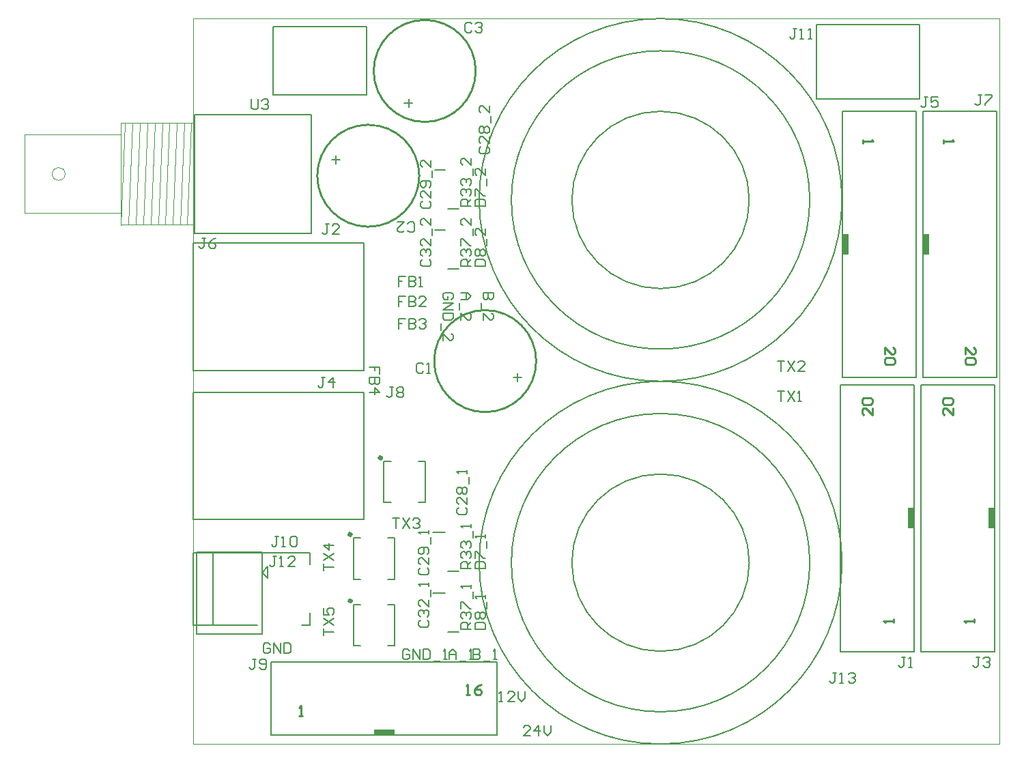
<source format=gto>
G04 Layer_Color=65535*
%FSLAX25Y25*%
%MOIN*%
G70*
G01*
G75*
%ADD19C,0.01968*%
%ADD29C,0.00394*%
%ADD63C,0.01000*%
%ADD64C,0.00787*%
%ADD65C,0.00800*%
%ADD66C,0.00500*%
%ADD67R,0.10000X0.03090*%
%ADD68R,0.03090X0.10000*%
D19*
X91929Y-37402D02*
G03*
X91929Y-37402I-394J0D01*
G01*
X77165Y-107283D02*
G03*
X77165Y-107283I-394J0D01*
G01*
Y-74803D02*
G03*
X77165Y-74803I-394J0D01*
G01*
D29*
X-62402Y101260D02*
G03*
X-62402Y101260I-3150J0D01*
G01*
X-35039Y126063D02*
X453D01*
X-35039Y76555D02*
X295D01*
X-35039D02*
Y126063D01*
X-82087Y82165D02*
X-35039D01*
X-82087Y120453D02*
X-35039D01*
X-82087Y82165D02*
Y120453D01*
X-20374Y76555D02*
X-18406Y126063D01*
X-24114Y76752D02*
X-22165Y125772D01*
X-27756Y76653D02*
X-25787Y126161D01*
X-31398Y76555D02*
X-29429Y126063D01*
X-35039Y76358D02*
X-33071Y125866D01*
X-16929Y76752D02*
X-14961Y126260D01*
X-13386Y76555D02*
X-11417Y126063D01*
X-9744Y76555D02*
X-7776Y126063D01*
X-6153Y76555D02*
X-4184Y126063D01*
X-2708Y76457D02*
X-739Y125965D01*
X0Y-177165D02*
X393701D01*
X0D02*
Y177165D01*
X393701Y-177165D02*
Y177165D01*
X0D02*
X393701D01*
D63*
X110530Y100394D02*
G03*
X110530Y100394I-24900J0D01*
G01*
X138089Y151575D02*
G03*
X138089Y151575I-24900J0D01*
G01*
X167616Y9843D02*
G03*
X167616Y9843I-24900J0D01*
G01*
X133346Y-153012D02*
X135013D01*
X134179D01*
Y-148013D01*
X133346Y-148846D01*
X140844Y-148013D02*
X139178Y-148846D01*
X137512Y-150513D01*
Y-152179D01*
X138345Y-153012D01*
X140011D01*
X140844Y-152179D01*
Y-151346D01*
X140011Y-150513D01*
X137512D01*
X51846Y-163512D02*
X53513D01*
X52680D01*
Y-158513D01*
X51846Y-159346D01*
X366516Y117929D02*
Y116263D01*
Y117096D01*
X371514D01*
X370681Y117929D01*
X377016Y13097D02*
Y16429D01*
X380348Y13097D01*
X381181D01*
X382014Y13930D01*
Y15596D01*
X381181Y16429D01*
Y11431D02*
X382014Y10598D01*
Y8932D01*
X381181Y8099D01*
X377849D01*
X377016Y8932D01*
Y10598D01*
X377849Y11431D01*
X381181D01*
X327146Y117929D02*
Y116263D01*
Y117096D01*
X332144D01*
X331311Y117929D01*
X337646Y13097D02*
Y16429D01*
X340978Y13097D01*
X341811D01*
X342644Y13930D01*
Y15596D01*
X341811Y16429D01*
Y11431D02*
X342644Y10598D01*
Y8932D01*
X341811Y8099D01*
X338479D01*
X337646Y8932D01*
Y10598D01*
X338479Y11431D01*
X341811D01*
X381516Y-117929D02*
Y-116263D01*
Y-117096D01*
X376517D01*
X377350Y-117929D01*
X371016Y-13097D02*
Y-16429D01*
X367684Y-13097D01*
X366850D01*
X366017Y-13930D01*
Y-15596D01*
X366850Y-16429D01*
Y-11431D02*
X366017Y-10598D01*
Y-8932D01*
X366850Y-8099D01*
X370183D01*
X371016Y-8932D01*
Y-10598D01*
X370183Y-11431D01*
X366850D01*
X342146Y-117929D02*
Y-116263D01*
Y-117096D01*
X337147D01*
X337980Y-117929D01*
X331646Y-13097D02*
Y-16429D01*
X328313Y-13097D01*
X327480D01*
X326647Y-13930D01*
Y-15596D01*
X327480Y-16429D01*
Y-11431D02*
X326647Y-10598D01*
Y-8932D01*
X327480Y-8099D01*
X330813D01*
X331646Y-8932D01*
Y-10598D01*
X330813Y-11431D01*
X327480D01*
D64*
X316929Y88583D02*
G03*
X316929Y88583I-88583J0D01*
G01*
X301181D02*
G03*
X301181Y88583I-72835J0D01*
G01*
X271654D02*
G03*
X271654Y88583I-43307J0D01*
G01*
X316929Y-88583D02*
G03*
X316929Y-88583I-88583J0D01*
G01*
X301181D02*
G03*
X301181Y-88583I-72835J0D01*
G01*
X271654D02*
G03*
X271654Y-88583I-43307J0D01*
G01*
X84842Y139764D02*
Y173228D01*
X39173Y139764D02*
X84842D01*
X39173D02*
Y173228D01*
X84842D01*
X67850Y108268D02*
X71850D01*
X69882Y106299D02*
Y110299D01*
X105315Y133795D02*
Y137795D01*
X103284Y135827D02*
X107283D01*
X156496Y1969D02*
X160496D01*
X158465Y-63D02*
Y3937D01*
X1771Y-123346D02*
X33661D01*
X1771Y-83346D02*
X33661D01*
Y-123346D02*
Y-83346D01*
X1771Y-123346D02*
Y-83346D01*
X33661Y-93307D02*
X36417Y-96063D01*
X33661Y-93307D02*
X36417Y-90551D01*
Y-96063D02*
Y-90551D01*
X157Y67520D02*
X83622D01*
X157Y5315D02*
Y67520D01*
Y5315D02*
X83622D01*
Y67520D01*
X787Y72323D02*
Y130295D01*
Y72323D02*
X57776D01*
X787Y130295D02*
X57776D01*
X57776Y72323D02*
X57776Y130295D01*
X93307Y-59252D02*
Y-39173D01*
X113386Y-59252D02*
Y-39173D01*
X93307D02*
X96653D01*
X110039D02*
X113386D01*
X110039Y-59252D02*
X113386D01*
X93307D02*
X96653D01*
X78543Y-129134D02*
Y-109055D01*
X98622Y-129134D02*
Y-109055D01*
X78543D02*
X81890D01*
X95276D02*
X98622D01*
X95276Y-129134D02*
X98622D01*
X78543D02*
X81890D01*
X78543Y-96653D02*
Y-76575D01*
X98622Y-96653D02*
Y-76575D01*
X78543D02*
X81890D01*
X95276D02*
X98622D01*
X95276Y-96653D02*
X98622D01*
X78543D02*
X81890D01*
X124331Y54803D02*
X129646D01*
X124331Y-122362D02*
X129646D01*
X124331Y84331D02*
X129646D01*
X124331Y-92835D02*
X129646D01*
X57087Y-119095D02*
Y-113189D01*
X53150Y-119095D02*
X57087D01*
X0D02*
Y-83661D01*
Y-119095D02*
X31496D01*
X0Y-83661D02*
X57087D01*
Y-89567D02*
Y-83661D01*
X9843Y-119095D02*
Y-83661D01*
X157Y-5315D02*
X83622D01*
X157Y-67520D02*
Y-5315D01*
Y-67520D02*
X83622D01*
Y-5315D01*
D65*
X118110Y103347D02*
X123031D01*
X118110Y73819D02*
X123031D01*
X117126Y-103347D02*
X123031D01*
X117126Y-73819D02*
X123031D01*
X97821Y-2876D02*
X96154D01*
X96987D01*
Y-7041D01*
X96154Y-7874D01*
X95321D01*
X94488Y-7041D01*
X99487Y-3709D02*
X100320Y-2876D01*
X101986D01*
X102819Y-3709D01*
Y-4542D01*
X101986Y-5375D01*
X102819Y-6208D01*
Y-7041D01*
X101986Y-7874D01*
X100320D01*
X99487Y-7041D01*
Y-6208D01*
X100320Y-5375D01*
X99487Y-4542D01*
Y-3709D01*
X100320Y-5375D02*
X101986D01*
X149606Y-156496D02*
X151272D01*
X150439D01*
Y-151498D01*
X149606Y-152331D01*
X157104Y-156496D02*
X153772D01*
X157104Y-153164D01*
Y-152331D01*
X156271Y-151498D01*
X154605D01*
X153772Y-152331D01*
X158770Y-151498D02*
Y-154830D01*
X160436Y-156496D01*
X162102Y-154830D01*
Y-151498D01*
X28543Y137872D02*
Y133707D01*
X29376Y132874D01*
X31043D01*
X31876Y133707D01*
Y137872D01*
X33542Y137039D02*
X34375Y137872D01*
X36041D01*
X36874Y137039D01*
Y136206D01*
X36041Y135373D01*
X35208D01*
X36041D01*
X36874Y134540D01*
Y133707D01*
X36041Y132874D01*
X34375D01*
X33542Y133707D01*
X314286Y-142377D02*
X312620D01*
X313453D01*
Y-146543D01*
X312620Y-147376D01*
X311787D01*
X310953Y-146543D01*
X315952Y-147376D02*
X317618D01*
X316785D01*
Y-142377D01*
X315952Y-143210D01*
X320117D02*
X320950Y-142377D01*
X322616D01*
X323449Y-143210D01*
Y-144043D01*
X322616Y-144876D01*
X321783D01*
X322616D01*
X323449Y-145710D01*
Y-146543D01*
X322616Y-147376D01*
X320950D01*
X320117Y-146543D01*
X37781Y-128709D02*
X36948Y-127876D01*
X35282D01*
X34449Y-128709D01*
Y-132041D01*
X35282Y-132874D01*
X36948D01*
X37781Y-132041D01*
Y-130375D01*
X36115D01*
X39447Y-132874D02*
Y-127876D01*
X42779Y-132874D01*
Y-127876D01*
X44446D02*
Y-132874D01*
X46945D01*
X47778Y-132041D01*
Y-128709D01*
X46945Y-127876D01*
X44446D01*
X164750Y-173228D02*
X161417D01*
X164750Y-169896D01*
Y-169063D01*
X163917Y-168230D01*
X162250D01*
X161417Y-169063D01*
X168915Y-173228D02*
Y-168230D01*
X166416Y-170729D01*
X169748D01*
X171414Y-168230D02*
Y-171562D01*
X173080Y-173228D01*
X174746Y-171562D01*
Y-168230D01*
X104935Y73591D02*
X105769Y72758D01*
X107435D01*
X108268Y73591D01*
Y76923D01*
X107435Y77756D01*
X105769D01*
X104935Y76923D01*
X99937Y77756D02*
X103269D01*
X99937Y74424D01*
Y73591D01*
X100770Y72758D01*
X102436D01*
X103269Y73591D01*
X136206Y174441D02*
X135373Y175274D01*
X133707D01*
X132874Y174441D01*
Y171109D01*
X133707Y170276D01*
X135373D01*
X136206Y171109D01*
X137872Y174441D02*
X138706Y175274D01*
X140372D01*
X141205Y174441D01*
Y173608D01*
X140372Y172775D01*
X139539D01*
X140372D01*
X141205Y171942D01*
Y171109D01*
X140372Y170276D01*
X138706D01*
X137872Y171109D01*
X112584Y8102D02*
X111751Y8935D01*
X110085D01*
X109252Y8102D01*
Y4770D01*
X110085Y3937D01*
X111751D01*
X112584Y4770D01*
X114250Y3937D02*
X115917D01*
X115083D01*
Y8935D01*
X114250Y8102D01*
X111976Y87978D02*
X111143Y87145D01*
Y85479D01*
X111976Y84646D01*
X115309D01*
X116142Y85479D01*
Y87145D01*
X115309Y87978D01*
X116142Y92976D02*
Y89644D01*
X112810Y92976D01*
X111976D01*
X111143Y92143D01*
Y90477D01*
X111976Y89644D01*
X115309Y94642D02*
X116142Y95476D01*
Y97142D01*
X115309Y97975D01*
X111976D01*
X111143Y97142D01*
Y95476D01*
X111976Y94642D01*
X112810D01*
X113643Y95476D01*
Y97975D01*
X116975Y99641D02*
Y102973D01*
X116142Y107972D02*
Y104639D01*
X112810Y107972D01*
X111976D01*
X111143Y107138D01*
Y105472D01*
X111976Y104639D01*
X135827Y85630D02*
X130828D01*
Y88129D01*
X131661Y88962D01*
X133328D01*
X134161Y88129D01*
Y85630D01*
Y87296D02*
X135827Y88962D01*
X131661Y90628D02*
X130828Y91461D01*
Y93128D01*
X131661Y93961D01*
X132494D01*
X133328Y93128D01*
Y92294D01*
Y93128D01*
X134161Y93961D01*
X134994D01*
X135827Y93128D01*
Y91461D01*
X134994Y90628D01*
X131661Y95627D02*
X130828Y96460D01*
Y98126D01*
X131661Y98959D01*
X132494D01*
X133328Y98126D01*
Y97293D01*
Y98126D01*
X134161Y98959D01*
X134994D01*
X135827Y98126D01*
Y96460D01*
X134994Y95627D01*
X136660Y100625D02*
Y103957D01*
X135827Y108956D02*
Y105623D01*
X132494Y108956D01*
X131661D01*
X130828Y108123D01*
Y106456D01*
X131661Y105623D01*
X135827Y56102D02*
X130828D01*
Y58601D01*
X131661Y59435D01*
X133328D01*
X134161Y58601D01*
Y56102D01*
Y57768D02*
X135827Y59435D01*
X131661Y61101D02*
X130828Y61934D01*
Y63600D01*
X131661Y64433D01*
X132494D01*
X133328Y63600D01*
Y62767D01*
Y63600D01*
X134161Y64433D01*
X134994D01*
X135827Y63600D01*
Y61934D01*
X134994Y61101D01*
X130828Y66099D02*
Y69431D01*
X131661D01*
X134994Y66099D01*
X135827D01*
X136660Y71097D02*
Y74430D01*
X135827Y79428D02*
Y76096D01*
X132494Y79428D01*
X131661D01*
X130828Y78595D01*
Y76929D01*
X131661Y76096D01*
X130905Y43307D02*
X134238D01*
X135904Y41641D01*
X134238Y39975D01*
X130905D01*
X133405D01*
Y43307D01*
X130072Y38309D02*
Y34976D01*
X130905Y29978D02*
Y33310D01*
X134238Y29978D01*
X135071D01*
X135904Y30811D01*
Y32477D01*
X135071Y33310D01*
X126213Y39975D02*
X127046Y40808D01*
Y42474D01*
X126213Y43307D01*
X122880D01*
X122047Y42474D01*
Y40808D01*
X122880Y39975D01*
X124546D01*
Y41641D01*
X122047Y38309D02*
X127046D01*
X122047Y34976D01*
X127046D01*
Y33310D02*
X122047D01*
Y30811D01*
X122880Y29978D01*
X126213D01*
X127046Y30811D01*
Y33310D01*
X121214Y28312D02*
Y24980D01*
X122047Y19981D02*
Y23314D01*
X125380Y19981D01*
X126213D01*
X127046Y20814D01*
Y22480D01*
X126213Y23314D01*
X146731Y43307D02*
X141732D01*
Y40808D01*
X142565Y39975D01*
X143398D01*
X144231Y40808D01*
Y43307D01*
Y40808D01*
X145064Y39975D01*
X145898D01*
X146731Y40808D01*
Y43307D01*
X140899Y38309D02*
Y34976D01*
X141732Y29978D02*
Y33310D01*
X145064Y29978D01*
X145898D01*
X146731Y30811D01*
Y32477D01*
X145898Y33310D01*
X91180Y3557D02*
Y6890D01*
X88680D01*
Y5224D01*
Y6890D01*
X86181D01*
X91180Y1891D02*
X86181D01*
Y-608D01*
X87014Y-1441D01*
X87847D01*
X88680Y-608D01*
Y1891D01*
Y-608D01*
X89513Y-1441D01*
X90346D01*
X91180Y-608D01*
Y1891D01*
X86181Y-5606D02*
X91180D01*
X88680Y-3107D01*
Y-6439D01*
X103726Y30589D02*
X100394D01*
Y28090D01*
X102060D01*
X100394D01*
Y25591D01*
X105392Y30589D02*
Y25591D01*
X107891D01*
X108724Y26424D01*
Y27257D01*
X107891Y28090D01*
X105392D01*
X107891D01*
X108724Y28923D01*
Y29756D01*
X107891Y30589D01*
X105392D01*
X110390Y29756D02*
X111223Y30589D01*
X112890D01*
X113723Y29756D01*
Y28923D01*
X112890Y28090D01*
X112057D01*
X112890D01*
X113723Y27257D01*
Y26424D01*
X112890Y25591D01*
X111223D01*
X110390Y26424D01*
X103726Y41416D02*
X100394D01*
Y38917D01*
X102060D01*
X100394D01*
Y36417D01*
X105392Y41416D02*
Y36417D01*
X107891D01*
X108724Y37250D01*
Y38083D01*
X107891Y38917D01*
X105392D01*
X107891D01*
X108724Y39750D01*
Y40583D01*
X107891Y41416D01*
X105392D01*
X113723Y36417D02*
X110390D01*
X113723Y39750D01*
Y40583D01*
X112890Y41416D01*
X111223D01*
X110390Y40583D01*
X103726Y51258D02*
X100394D01*
Y48759D01*
X102060D01*
X100394D01*
Y46260D01*
X105392Y51258D02*
Y46260D01*
X107891D01*
X108724Y47093D01*
Y47926D01*
X107891Y48759D01*
X105392D01*
X107891D01*
X108724Y49592D01*
Y50425D01*
X107891Y51258D01*
X105392D01*
X110390Y46260D02*
X112057D01*
X111223D01*
Y51258D01*
X110390Y50425D01*
X40734Y-85553D02*
X39068D01*
X39901D01*
Y-89718D01*
X39068Y-90551D01*
X38235D01*
X37402Y-89718D01*
X42400Y-90551D02*
X44066D01*
X43233D01*
Y-85553D01*
X42400Y-86386D01*
X49898Y-90551D02*
X46565D01*
X49898Y-87219D01*
Y-86386D01*
X49064Y-85553D01*
X47398D01*
X46565Y-86386D01*
X66324Y76849D02*
X64658D01*
X65491D01*
Y72684D01*
X64658Y71850D01*
X63825D01*
X62992Y72684D01*
X71323Y71850D02*
X67990D01*
X71323Y75183D01*
Y76016D01*
X70490Y76849D01*
X68824D01*
X67990Y76016D01*
X6285Y69959D02*
X4619D01*
X5452D01*
Y65794D01*
X4619Y64961D01*
X3786D01*
X2953Y65794D01*
X11283Y69959D02*
X9617Y69126D01*
X7951Y67460D01*
Y65794D01*
X8784Y64961D01*
X10450D01*
X11283Y65794D01*
Y66627D01*
X10450Y67460D01*
X7951D01*
X110992Y-91156D02*
X110159Y-91989D01*
Y-93655D01*
X110992Y-94488D01*
X114324D01*
X115157Y-93655D01*
Y-91989D01*
X114324Y-91156D01*
X115157Y-86158D02*
Y-89490D01*
X111825Y-86158D01*
X110992D01*
X110159Y-86991D01*
Y-88657D01*
X110992Y-89490D01*
X114324Y-84491D02*
X115157Y-83658D01*
Y-81992D01*
X114324Y-81159D01*
X110992D01*
X110159Y-81992D01*
Y-83658D01*
X110992Y-84491D01*
X111825D01*
X112658Y-83658D01*
Y-81159D01*
X115990Y-79493D02*
Y-76161D01*
X115157Y-74495D02*
Y-72829D01*
Y-73662D01*
X110159D01*
X110992Y-74495D01*
X135827Y-91535D02*
X130828D01*
Y-89036D01*
X131661Y-88203D01*
X133328D01*
X134161Y-89036D01*
Y-91535D01*
Y-89869D02*
X135827Y-88203D01*
X131661Y-86537D02*
X130828Y-85704D01*
Y-84038D01*
X131661Y-83205D01*
X132494D01*
X133328Y-84038D01*
Y-84871D01*
Y-84038D01*
X134161Y-83205D01*
X134994D01*
X135827Y-84038D01*
Y-85704D01*
X134994Y-86537D01*
X131661Y-81539D02*
X130828Y-80706D01*
Y-79040D01*
X131661Y-78206D01*
X132494D01*
X133328Y-79040D01*
Y-79873D01*
Y-79040D01*
X134161Y-78206D01*
X134994D01*
X135827Y-79040D01*
Y-80706D01*
X134994Y-81539D01*
X136660Y-76540D02*
Y-73208D01*
X135827Y-71542D02*
Y-69876D01*
Y-70709D01*
X130828D01*
X131661Y-71542D01*
X135827Y-121063D02*
X130828D01*
Y-118564D01*
X131661Y-117731D01*
X133328D01*
X134161Y-118564D01*
Y-121063D01*
Y-119397D02*
X135827Y-117731D01*
X131661Y-116065D02*
X130828Y-115232D01*
Y-113565D01*
X131661Y-112732D01*
X132494D01*
X133328Y-113565D01*
Y-114399D01*
Y-113565D01*
X134161Y-112732D01*
X134994D01*
X135827Y-113565D01*
Y-115232D01*
X134994Y-116065D01*
X130828Y-111066D02*
Y-107734D01*
X131661D01*
X134994Y-111066D01*
X135827D01*
X136660Y-106068D02*
Y-102736D01*
X135827Y-101069D02*
Y-99403D01*
Y-100236D01*
X130828D01*
X131661Y-101069D01*
X136811Y-130828D02*
Y-135827D01*
X139310D01*
X140143Y-134994D01*
Y-134161D01*
X139310Y-133328D01*
X136811D01*
X139310D01*
X140143Y-132494D01*
Y-131661D01*
X139310Y-130828D01*
X136811D01*
X141809Y-136660D02*
X145142D01*
X146808Y-135827D02*
X148474D01*
X147641D01*
Y-130828D01*
X146808Y-131661D01*
X125000Y-135827D02*
Y-132494D01*
X126666Y-130828D01*
X128332Y-132494D01*
Y-135827D01*
Y-133328D01*
X125000D01*
X129998Y-136660D02*
X133331D01*
X134997Y-135827D02*
X136663D01*
X135830D01*
Y-130828D01*
X134997Y-131661D01*
X105694D02*
X104861Y-130828D01*
X103195D01*
X102362Y-131661D01*
Y-134994D01*
X103195Y-135827D01*
X104861D01*
X105694Y-134994D01*
Y-133328D01*
X104028D01*
X107361Y-135827D02*
Y-130828D01*
X110693Y-135827D01*
Y-130828D01*
X112359D02*
Y-135827D01*
X114858D01*
X115691Y-134994D01*
Y-131661D01*
X114858Y-130828D01*
X112359D01*
X117357Y-136660D02*
X120690D01*
X122356Y-135827D02*
X124022D01*
X123189D01*
Y-130828D01*
X122356Y-131661D01*
X97441Y-66852D02*
X100773D01*
X99107D01*
Y-71850D01*
X102439Y-66852D02*
X105772Y-71850D01*
Y-66852D02*
X102439Y-71850D01*
X107438Y-67685D02*
X108271Y-66852D01*
X109937D01*
X110770Y-67685D01*
Y-68518D01*
X109937Y-69351D01*
X109104D01*
X109937D01*
X110770Y-70184D01*
Y-71017D01*
X109937Y-71850D01*
X108271D01*
X107438Y-71017D01*
X63899Y-124016D02*
Y-120684D01*
Y-122350D01*
X68898D01*
X63899Y-119017D02*
X68898Y-115685D01*
X63899D02*
X68898Y-119017D01*
X63899Y-110687D02*
Y-114019D01*
X66399D01*
X65565Y-112353D01*
Y-111520D01*
X66399Y-110687D01*
X68065D01*
X68898Y-111520D01*
Y-113186D01*
X68065Y-114019D01*
X63899Y-92520D02*
Y-89187D01*
Y-90854D01*
X68898D01*
X63899Y-87521D02*
X68898Y-84189D01*
X63899D02*
X68898Y-87521D01*
Y-80024D02*
X63899D01*
X66399Y-82523D01*
Y-79191D01*
X30891Y-135750D02*
X29225D01*
X30058D01*
Y-139915D01*
X29225Y-140748D01*
X28392D01*
X27559Y-139915D01*
X32557D02*
X33391Y-140748D01*
X35057D01*
X35890Y-139915D01*
Y-136583D01*
X35057Y-135750D01*
X33391D01*
X32557Y-136583D01*
Y-137416D01*
X33391Y-138249D01*
X35890D01*
X285433Y9920D02*
X288765D01*
X287099D01*
Y4921D01*
X290431Y9920D02*
X293764Y4921D01*
Y9920D02*
X290431Y4921D01*
X298762D02*
X295430D01*
X298762Y8253D01*
Y9087D01*
X297929Y9920D01*
X296263D01*
X295430Y9087D01*
X285433Y-4844D02*
X288765D01*
X287099D01*
Y-9843D01*
X290431Y-4844D02*
X293764Y-9843D01*
Y-4844D02*
X290431Y-9843D01*
X295430D02*
X297096D01*
X296263D01*
Y-4844D01*
X295430Y-5677D01*
X137718Y56102D02*
X142717D01*
Y58602D01*
X141884Y59435D01*
X138551D01*
X137718Y58602D01*
Y56102D01*
X138551Y61101D02*
X137718Y61934D01*
Y63600D01*
X138551Y64433D01*
X139384D01*
X140217Y63600D01*
X141050Y64433D01*
X141884D01*
X142717Y63600D01*
Y61934D01*
X141884Y61101D01*
X141050D01*
X140217Y61934D01*
X139384Y61101D01*
X138551D01*
X140217Y61934D02*
Y63600D01*
X143550Y66099D02*
Y69431D01*
X142717Y74430D02*
Y71097D01*
X139384Y74430D01*
X138551D01*
X137718Y73597D01*
Y71931D01*
X138551Y71097D01*
X137718Y-121063D02*
X142717D01*
Y-118564D01*
X141884Y-117731D01*
X138551D01*
X137718Y-118564D01*
Y-121063D01*
X138551Y-116065D02*
X137718Y-115232D01*
Y-113565D01*
X138551Y-112732D01*
X139384D01*
X140217Y-113565D01*
X141050Y-112732D01*
X141884D01*
X142717Y-113565D01*
Y-115232D01*
X141884Y-116065D01*
X141050D01*
X140217Y-115232D01*
X139384Y-116065D01*
X138551D01*
X140217Y-115232D02*
Y-113565D01*
X143550Y-111066D02*
Y-107734D01*
X142717Y-106068D02*
Y-104402D01*
Y-105235D01*
X137718D01*
X138551Y-106068D01*
X137718Y85630D02*
X142717D01*
Y88129D01*
X141884Y88962D01*
X138551D01*
X137718Y88129D01*
Y85630D01*
Y90628D02*
Y93961D01*
X138551D01*
X141884Y90628D01*
X142717D01*
X143550Y95627D02*
Y98959D01*
X142717Y103957D02*
Y100625D01*
X139384Y103957D01*
X138551D01*
X137718Y103124D01*
Y101458D01*
X138551Y100625D01*
X137718Y-91535D02*
X142717D01*
Y-89036D01*
X141884Y-88203D01*
X138551D01*
X137718Y-89036D01*
Y-91535D01*
Y-86537D02*
Y-83205D01*
X138551D01*
X141884Y-86537D01*
X142717D01*
X143550Y-81539D02*
Y-78206D01*
X142717Y-76540D02*
Y-74874D01*
Y-75707D01*
X137718D01*
X138551Y-76540D01*
X111976Y59435D02*
X111143Y58601D01*
Y56935D01*
X111976Y56102D01*
X115309D01*
X116142Y56935D01*
Y58601D01*
X115309Y59435D01*
X111976Y61101D02*
X111143Y61934D01*
Y63600D01*
X111976Y64433D01*
X112810D01*
X113643Y63600D01*
Y62767D01*
Y63600D01*
X114476Y64433D01*
X115309D01*
X116142Y63600D01*
Y61934D01*
X115309Y61101D01*
X116142Y69431D02*
Y66099D01*
X112810Y69431D01*
X111976D01*
X111143Y68598D01*
Y66932D01*
X111976Y66099D01*
X116975Y71097D02*
Y74430D01*
X116142Y79428D02*
Y76096D01*
X112810Y79428D01*
X111976D01*
X111143Y78595D01*
Y76929D01*
X111976Y76096D01*
X110992Y-116746D02*
X110159Y-117579D01*
Y-119246D01*
X110992Y-120079D01*
X114324D01*
X115157Y-119246D01*
Y-117579D01*
X114324Y-116746D01*
X110992Y-115080D02*
X110159Y-114247D01*
Y-112581D01*
X110992Y-111748D01*
X111825D01*
X112658Y-112581D01*
Y-113414D01*
Y-112581D01*
X113491Y-111748D01*
X114324D01*
X115157Y-112581D01*
Y-114247D01*
X114324Y-115080D01*
X115157Y-106750D02*
Y-110082D01*
X111825Y-106750D01*
X110992D01*
X110159Y-107583D01*
Y-109249D01*
X110992Y-110082D01*
X115990Y-105084D02*
Y-101751D01*
X115157Y-100085D02*
Y-98419D01*
Y-99252D01*
X110159D01*
X110992Y-100085D01*
X140520Y114553D02*
X139687Y113720D01*
Y112054D01*
X140520Y111221D01*
X143852D01*
X144685Y112054D01*
Y113720D01*
X143852Y114553D01*
X144685Y119551D02*
Y116219D01*
X141353Y119551D01*
X140520D01*
X139687Y118718D01*
Y117052D01*
X140520Y116219D01*
Y121217D02*
X139687Y122050D01*
Y123716D01*
X140520Y124549D01*
X141353D01*
X142186Y123716D01*
X143019Y124549D01*
X143852D01*
X144685Y123716D01*
Y122050D01*
X143852Y121217D01*
X143019D01*
X142186Y122050D01*
X141353Y121217D01*
X140520D01*
X142186Y122050D02*
Y123716D01*
X145518Y126216D02*
Y129548D01*
X144685Y134546D02*
Y131214D01*
X141353Y134546D01*
X140520D01*
X139687Y133713D01*
Y132047D01*
X140520Y131214D01*
X129693Y-61628D02*
X128860Y-62461D01*
Y-64128D01*
X129693Y-64961D01*
X133025D01*
X133858Y-64128D01*
Y-62461D01*
X133025Y-61628D01*
X133858Y-56630D02*
Y-59962D01*
X130526Y-56630D01*
X129693D01*
X128860Y-57463D01*
Y-59129D01*
X129693Y-59962D01*
Y-54964D02*
X128860Y-54131D01*
Y-52465D01*
X129693Y-51632D01*
X130526D01*
X131359Y-52465D01*
X132192Y-51632D01*
X133025D01*
X133858Y-52465D01*
Y-54131D01*
X133025Y-54964D01*
X132192D01*
X131359Y-54131D01*
X130526Y-54964D01*
X129693D01*
X131359Y-54131D02*
Y-52465D01*
X134691Y-49966D02*
Y-46633D01*
X133858Y-44967D02*
Y-43301D01*
Y-44134D01*
X128860D01*
X129693Y-44967D01*
X41718Y-75710D02*
X40052D01*
X40885D01*
Y-79876D01*
X40052Y-80709D01*
X39219D01*
X38386Y-79876D01*
X43384Y-80709D02*
X45050D01*
X44217D01*
Y-75710D01*
X43384Y-76543D01*
X47550D02*
X48383Y-75710D01*
X50049D01*
X50882Y-76543D01*
Y-79876D01*
X50049Y-80709D01*
X48383D01*
X47550Y-79876D01*
Y-76543D01*
X294671Y172321D02*
X293005D01*
X293838D01*
Y168156D01*
X293005Y167323D01*
X292172D01*
X291339Y168156D01*
X296337Y167323D02*
X298003D01*
X297170D01*
Y172321D01*
X296337Y171488D01*
X300502Y167323D02*
X302168D01*
X301335D01*
Y172321D01*
X300502Y171488D01*
X385222Y139841D02*
X383556D01*
X384389D01*
Y135676D01*
X383556Y134843D01*
X382723D01*
X381890Y135676D01*
X386888Y139841D02*
X390220D01*
Y139008D01*
X386888Y135676D01*
Y134843D01*
X358647Y138857D02*
X356981D01*
X357814D01*
Y134691D01*
X356981Y133858D01*
X356148D01*
X355315Y134691D01*
X363646Y138857D02*
X360313D01*
Y136357D01*
X361980Y137190D01*
X362812D01*
X363646Y136357D01*
Y134691D01*
X362812Y133858D01*
X361146D01*
X360313Y134691D01*
X64356Y2046D02*
X62690D01*
X63523D01*
Y-2120D01*
X62690Y-2953D01*
X61857D01*
X61024Y-2120D01*
X68521Y-2953D02*
Y2046D01*
X66022Y-454D01*
X69354D01*
X384238Y-134765D02*
X382572D01*
X383405D01*
Y-138931D01*
X382572Y-139764D01*
X381739D01*
X380906Y-138931D01*
X385904Y-135599D02*
X386737Y-134765D01*
X388403D01*
X389236Y-135599D01*
Y-136432D01*
X388403Y-137265D01*
X387570D01*
X388403D01*
X389236Y-138098D01*
Y-138931D01*
X388403Y-139764D01*
X386737D01*
X385904Y-138931D01*
X347820Y-134765D02*
X346154D01*
X346987D01*
Y-138931D01*
X346154Y-139764D01*
X345321D01*
X344488Y-138931D01*
X349487Y-139764D02*
X351153D01*
X350320D01*
Y-134765D01*
X349487Y-135599D01*
D66*
X38268Y-172932D02*
Y-137106D01*
X38269Y-172932D02*
X148425D01*
X148425Y-137106D02*
X148426Y-172932D01*
X38268Y-137106D02*
X148425D01*
X38268Y-172932D02*
Y-137106D01*
Y-172932D02*
X148425D01*
Y-137106D01*
X38268D02*
X148425D01*
X304487Y174213D02*
X354960D01*
X304487Y137992D02*
Y174213D01*
Y137992D02*
X354960D01*
Y174213D01*
X392422Y1851D02*
Y132008D01*
X356595Y1851D02*
X392422D01*
X356595D02*
Y132008D01*
X392422D01*
Y1851D02*
Y132008D01*
X356595Y1851D02*
X392422D01*
X356595D02*
Y132008D01*
X392422D01*
X353052Y1851D02*
Y132008D01*
X317225Y1851D02*
X353052D01*
X317225D02*
Y132008D01*
X353052D01*
Y1851D02*
Y132008D01*
X317225Y1851D02*
X353052D01*
X317225D02*
Y132008D01*
X353052D01*
X355610Y-132008D02*
Y-1851D01*
X391436D01*
Y-132008D02*
Y-1851D01*
X355610Y-132008D02*
X391436D01*
X355610D02*
Y-1851D01*
X391436D01*
Y-132008D02*
Y-1851D01*
X355610Y-132008D02*
X391436D01*
X316240D02*
Y-1851D01*
X352066D01*
Y-132008D02*
Y-1851D01*
X316240Y-132008D02*
X352066D01*
X316240D02*
Y-1851D01*
X352066D01*
Y-132008D02*
Y-1851D01*
X316240Y-132008D02*
X352066D01*
D67*
X93347Y-171387D02*
D03*
D68*
X358140Y66929D02*
D03*
X318770Y66929D02*
D03*
X389891Y-66929D02*
D03*
X350521Y-66929D02*
D03*
M02*

</source>
